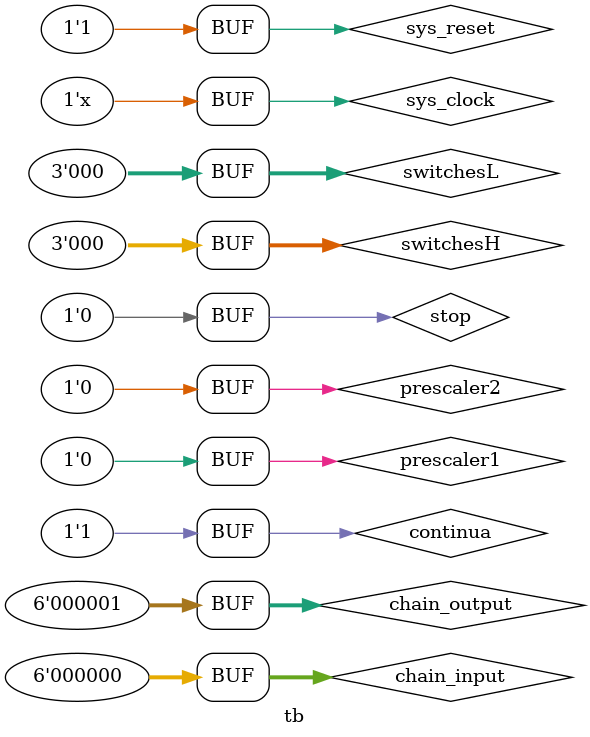
<source format=v>
`timescale 1ns/1ns

module tb ;


reg prescaler1;                //entradas
reg prescaler2; 
reg sys_clock; 
reg sys_reset; 
reg [5:0]chain_input;
reg [5:0]chain_output;
reg stop;
reg comparison_result;
wire [5:0]K; 								 //saidas
wire [2:0]bist_decoder_input; 
wire mode_mux_sel; 
wire sel_chain_input; 
wire sel_chain_output; 
wire clock_mux_sel; 
wire clock; 
wire reset; 
wire [4:0]mux_decoder_input; 
wire error_flag;
wire [6:0]dispUnidade; 
wire [6:0]dispDezena; 
wire [6:0]dispCentena; 
wire [6:0]dispMilhar; 
reg [2:0]switchesH;
reg [2:0]switchesL;
reg continua;
					 




initial begin
sys_clock=0;
sys_reset=0; 
#5 sys_reset = 1;
prescaler1=0;
prescaler2=0;
stop=0;
chain_input=0;
chain_output=1;
switchesH=0;
switchesL=0;
continua=1;
end


TOP TOP_c (     .prescaler1(prescaler1),                
					 .prescaler2(prescaler2), 
					 .sys_clock(sys_clock), 
					 .sys_reset(sys_reset), 
					 .chain_input(chain_input),
					 .chain_output(chain_output),
					 .stop(stop),
					 .comparison_result(comparison_result),
					 .K(K), 								 
					 .bist_decoder_input(bist_decoder_input), 
					 .mode_mux_sel(mode_mux_sel), 
					 .sel_chain_input(sel_chain_input), 
					 .sel_chain_output(sel_chain_output), 
					 .clock_mux_sel(clock_mux_sel), 
					 .clock(clock), 
					 .reset(reset), 
					 .mux_decoder_input(mux_decoder_input), 
					 .error_flag(error_flag),
					 .dispUnidade(dispUnidade), 
					 .dispDezena(dispDezena), 
					 .dispCentena(dispCentena), 
					 .dispMilhar(dispMilhar),
					 .switchesH(switchesH),
					 .switchesL(switchesL),
					 .continua(continua));
					 
always begin
		#1 sys_clock <= ~sys_clock;
		
end					 
					 
					 
endmodule
</source>
